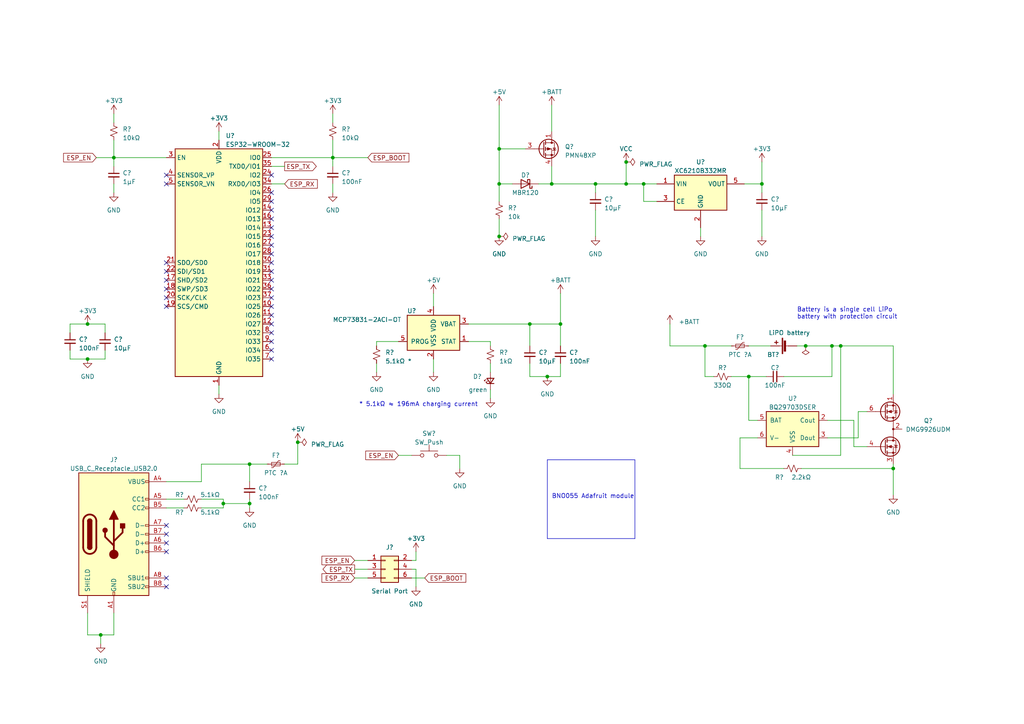
<source format=kicad_sch>
(kicad_sch (version 20220126) (generator eeschema)
  (paper "A4")
  (lib_symbols
    (symbol "Battery_Management:BQ297xy" (pin_names (offset 1.016))
      (property "Reference" "U" (at -6.35 6.35 0))
      (property "Value" "BQ297xy" (at 5.08 -6.35 0))
      (symbol "BQ297xy_0_1"
        (rectangle (start -7.62 5.08) (end 7.62 -5.08) (stroke (width 0.254)) (fill (type background)))
      )
      (symbol "BQ297xy_1_1"
        (pin no_connect line (at 7.62 0 180) (length 2.54) hide (name "NC") (number "1"))
        (pin output line (at 10.16 2.54 180) (length 2.54) (name "Cout") (number "2"))
        (pin output line (at 10.16 -2.54 180) (length 2.54) (name "Dout") (number "3"))
        (pin power_in line (at 0 -7.62 90) (length 2.54) (name "VSS") (number "4"))
        (pin input line (at -10.16 2.54 0) (length 2.54) (name "BAT") (number "5"))
        (pin input line (at -10.16 -2.54 0) (length 2.54) (name "V-") (number "6"))
      )
    )
    (symbol "Battery_Management:MCP73831-2-OT" (pin_names (offset 1.016))
      (property "Reference" "U" (at -7.62 6.35 0))
      (property "Value" "MCP73831-2-OT" (at 1.27 6.35 0))
      (symbol "MCP73831-2-OT_0_1"
        (rectangle (start -7.62 5.08) (end 7.62 -5.08) (stroke (width 0.254)) (fill (type background)))
      )
      (symbol "MCP73831-2-OT_1_1"
        (pin output line (at 10.16 -2.54 180) (length 2.54) (name "STAT") (number "1"))
        (pin power_in line (at 0 -7.62 90) (length 2.54) (name "VSS") (number "2"))
        (pin power_out line (at 10.16 2.54 180) (length 2.54) (name "VBAT") (number "3"))
        (pin power_in line (at 0 7.62 270) (length 2.54) (name "VDD") (number "4"))
        (pin input line (at -10.16 -2.54 0) (length 2.54) (name "PROG") (number "5"))
      )
    )
    (symbol "Connector:USB_C_Receptacle_USB2.0" (pin_names (offset 1.016))
      (property "Reference" "J" (at -10.16 19.05 0))
      (property "Value" "USB_C_Receptacle_USB2.0" (at 19.05 19.05 0))
      (symbol "USB_C_Receptacle_USB2.0_0_0"
        (rectangle (start -0.254 -17.78) (end 0.254 -16.764))
        (rectangle (start 10.16 -14.986) (end 9.144 -15.494))
        (rectangle (start 10.16 -12.446) (end 9.144 -12.954))
        (rectangle (start 10.16 -4.826) (end 9.144 -5.334))
        (rectangle (start 10.16 -2.286) (end 9.144 -2.794))
        (rectangle (start 10.16 0.254) (end 9.144 -0.254))
        (rectangle (start 10.16 2.794) (end 9.144 2.286))
        (rectangle (start 10.16 7.874) (end 9.144 7.366))
        (rectangle (start 10.16 10.414) (end 9.144 9.906))
        (rectangle (start 10.16 15.494) (end 9.144 14.986))
      )
      (symbol "USB_C_Receptacle_USB2.0_0_1"
        (rectangle (start -10.16 17.78) (end 10.16 -17.78) (stroke (width 0.254)) (fill (type background)))
        (arc (start -8.89 -3.81) (mid -6.985 -5.7067) (end -5.08 -3.81) (stroke (width 0.508)))
        (arc (start -7.62 -3.81) (mid -6.985 -4.4423) (end -6.35 -3.81) (stroke (width 0.254)))
        (arc (start -7.62 -3.81) (mid -6.985 -4.4423) (end -6.35 -3.81) (stroke (width 0.254)) (fill (type outline)))
        (rectangle (start -7.62 -3.81) (end -6.35 3.81) (stroke (width 0.254)) (fill (type outline)))
        (arc (start -6.35 3.81) (mid -6.985 4.4423) (end -7.62 3.81) (stroke (width 0.254)))
        (arc (start -6.35 3.81) (mid -6.985 4.4423) (end -7.62 3.81) (stroke (width 0.254)) (fill (type outline)))
        (arc (start -5.08 3.81) (mid -6.985 5.7067) (end -8.89 3.81) (stroke (width 0.508)))
        (circle (center -2.54 1.143) (radius 0.635) (stroke (width 0.254)) (fill (type outline)))
        (circle (center 0 -5.842) (radius 1.27) (fill (type outline)))
        (polyline (pts (xy -8.89 -3.81) (xy -8.89 3.81)) (stroke (width 0.508)))
        (polyline (pts (xy -5.08 3.81) (xy -5.08 -3.81)) (stroke (width 0.508)))
        (polyline (pts (xy 0 -5.842) (xy 0 4.318)) (stroke (width 0.508)))
        (polyline (pts (xy 0 -3.302) (xy -2.54 -0.762) (xy -2.54 0.508)) (stroke (width 0.508)))
        (polyline (pts (xy 0 -2.032) (xy 2.54 0.508) (xy 2.54 1.778)) (stroke (width 0.508)))
        (polyline (pts (xy -1.27 4.318) (xy 0 6.858) (xy 1.27 4.318) (xy -1.27 4.318)) (stroke (width 0.254)) (fill (type outline)))
        (rectangle (start 1.905 1.778) (end 3.175 3.048) (stroke (width 0.254)) (fill (type outline)))
      )
      (symbol "USB_C_Receptacle_USB2.0_1_1"
        (pin passive line (at 0 -22.86 90) (length 5.08) (name "GND") (number "A1"))
        (pin passive line (at 0 -22.86 90) (length 5.08) hide (name "GND") (number "A12"))
        (pin passive line (at 15.24 15.24 180) (length 5.08) (name "VBUS") (number "A4"))
        (pin bidirectional line (at 15.24 10.16 180) (length 5.08) (name "CC1") (number "A5"))
        (pin bidirectional line (at 15.24 -2.54 180) (length 5.08) (name "D+") (number "A6"))
        (pin bidirectional line (at 15.24 2.54 180) (length 5.08) (name "D-") (number "A7"))
        (pin bidirectional line (at 15.24 -12.7 180) (length 5.08) (name "SBU1") (number "A8"))
        (pin passive line (at 15.24 15.24 180) (length 5.08) hide (name "VBUS") (number "A9"))
        (pin passive line (at 0 -22.86 90) (length 5.08) hide (name "GND") (number "B1"))
        (pin passive line (at 0 -22.86 90) (length 5.08) hide (name "GND") (number "B12"))
        (pin passive line (at 15.24 15.24 180) (length 5.08) hide (name "VBUS") (number "B4"))
        (pin bidirectional line (at 15.24 7.62 180) (length 5.08) (name "CC2") (number "B5"))
        (pin bidirectional line (at 15.24 -5.08 180) (length 5.08) (name "D+") (number "B6"))
        (pin bidirectional line (at 15.24 0 180) (length 5.08) (name "D-") (number "B7"))
        (pin bidirectional line (at 15.24 -15.24 180) (length 5.08) (name "SBU2") (number "B8"))
        (pin passive line (at 15.24 15.24 180) (length 5.08) hide (name "VBUS") (number "B9"))
        (pin passive line (at -7.62 -22.86 90) (length 5.08) (name "SHIELD") (number "S1"))
      )
    )
    (symbol "Connector_Generic:Conn_02x03_Odd_Even" (pin_names (offset 1.016) hide)
      (property "Reference" "J" (at 1.27 5.08 0))
      (property "Value" "Conn_02x03_Odd_Even" (at 1.27 -5.08 0))
      (symbol "Conn_02x03_Odd_Even_1_1"
        (rectangle (start -1.27 -2.413) (end 0 -2.667) (stroke (width 0.1524)))
        (rectangle (start -1.27 0.127) (end 0 -0.127) (stroke (width 0.1524)))
        (rectangle (start -1.27 2.667) (end 0 2.413) (stroke (width 0.1524)))
        (rectangle (start -1.27 3.81) (end 3.81 -3.81) (stroke (width 0.254)) (fill (type background)))
        (rectangle (start 3.81 -2.413) (end 2.54 -2.667) (stroke (width 0.1524)))
        (rectangle (start 3.81 0.127) (end 2.54 -0.127) (stroke (width 0.1524)))
        (rectangle (start 3.81 2.667) (end 2.54 2.413) (stroke (width 0.1524)))
        (pin passive line (at -5.08 2.54 0) (length 3.81) (name "Pin_1") (number "1"))
        (pin passive line (at 7.62 2.54 180) (length 3.81) (name "Pin_2") (number "2"))
        (pin passive line (at -5.08 0 0) (length 3.81) (name "Pin_3") (number "3"))
        (pin passive line (at 7.62 0 180) (length 3.81) (name "Pin_4") (number "4"))
        (pin passive line (at -5.08 -2.54 0) (length 3.81) (name "Pin_5") (number "5"))
        (pin passive line (at 7.62 -2.54 180) (length 3.81) (name "Pin_6") (number "6"))
      )
    )
    (symbol "Device:Battery_Cell" (pin_numbers hide) (pin_names (offset 0) hide)
      (property "Reference" "BT" (at 2.54 2.54 0))
      (property "Value" "Battery_Cell" (at 2.54 0 0))
      (symbol "Battery_Cell_0_1"
        (rectangle (start -2.286 1.778) (end 2.286 1.524) (fill (type outline)))
        (rectangle (start -1.5748 1.1938) (end 1.4732 0.6858) (fill (type outline)))
        (polyline (pts (xy 0 0.762) (xy 0 0)))
        (polyline (pts (xy 0 1.778) (xy 0 2.54)))
        (polyline (pts (xy 0.508 3.429) (xy 1.524 3.429)) (stroke (width 0.254)))
        (polyline (pts (xy 1.016 3.937) (xy 1.016 2.921)) (stroke (width 0.254)))
      )
      (symbol "Battery_Cell_1_1"
        (pin passive line (at 0 5.08 270) (length 2.54) (name "+") (number "1"))
        (pin passive line (at 0 -2.54 90) (length 2.54) (name "-") (number "2"))
      )
    )
    (symbol "Device:C_Small" (pin_numbers hide) (pin_names (offset 0.254) hide)
      (property "Reference" "C" (at 0.254 1.778 0))
      (property "Value" "C_Small" (at 0.254 -2.032 0))
      (symbol "C_Small_0_1"
        (polyline (pts (xy -1.524 -0.508) (xy 1.524 -0.508)) (stroke (width 0.3302)))
        (polyline (pts (xy -1.524 0.508) (xy 1.524 0.508)) (stroke (width 0.3048)))
      )
      (symbol "C_Small_1_1"
        (pin passive line (at 0 2.54 270) (length 2.032) (name "~") (number "1"))
        (pin passive line (at 0 -2.54 90) (length 2.032) (name "~") (number "2"))
      )
    )
    (symbol "Device:D_Schottky" (pin_numbers hide) (pin_names (offset 1.016) hide)
      (property "Reference" "D" (at 0 2.54 0))
      (property "Value" "D_Schottky" (at 0 -2.54 0))
      (symbol "D_Schottky_0_1"
        (polyline (pts (xy 1.27 0) (xy -1.27 0)))
        (polyline (pts (xy 1.27 1.27) (xy 1.27 -1.27) (xy -1.27 0) (xy 1.27 1.27)) (stroke (width 0.254)))
        (polyline (pts (xy -1.905 0.635) (xy -1.905 1.27) (xy -1.27 1.27) (xy -1.27 -1.27) (xy -0.635 -1.27) (xy -0.635 -0.635)) (stroke (width 0.254)))
      )
      (symbol "D_Schottky_1_1"
        (pin passive line (at -3.81 0 0) (length 2.54) (name "K") (number "1"))
        (pin passive line (at 3.81 0 180) (length 2.54) (name "A") (number "2"))
      )
    )
    (symbol "Device:LED_Small" (pin_numbers hide) (pin_names (offset 0.254) hide)
      (property "Reference" "D" (at -1.27 3.175 0))
      (property "Value" "LED_Small" (at -4.445 -2.54 0))
      (symbol "LED_Small_0_1"
        (polyline (pts (xy -0.762 -1.016) (xy -0.762 1.016)) (stroke (width 0.254)))
        (polyline (pts (xy 1.016 0) (xy -0.762 0)))
        (polyline (pts (xy 0.762 -1.016) (xy -0.762 0) (xy 0.762 1.016) (xy 0.762 -1.016)) (stroke (width 0.254)))
        (polyline (pts (xy 0 0.762) (xy -0.508 1.27) (xy -0.254 1.27) (xy -0.508 1.27) (xy -0.508 1.016)))
        (polyline (pts (xy 0.508 1.27) (xy 0 1.778) (xy 0.254 1.778) (xy 0 1.778) (xy 0 1.524)))
      )
      (symbol "LED_Small_1_1"
        (pin passive line (at -2.54 0 0) (length 1.778) (name "K") (number "1"))
        (pin passive line (at 2.54 0 180) (length 1.778) (name "A") (number "2"))
      )
    )
    (symbol "Device:Polyfuse_Small" (pin_numbers hide) (pin_names (offset 0))
      (property "Reference" "F" (at -1.905 0 90))
      (property "Value" "Polyfuse_Small" (at 1.905 0 90))
      (symbol "Polyfuse_Small_0_1"
        (rectangle (start -0.508 1.27) (end 0.508 -1.27))
        (polyline (pts (xy 0 2.54) (xy 0 -2.54)))
        (polyline (pts (xy -1.016 1.27) (xy -1.016 0.762) (xy 1.016 -0.762) (xy 1.016 -1.27)))
      )
      (symbol "Polyfuse_Small_1_1"
        (pin passive line (at 0 2.54 270) (length 0.635) (name "~") (number "1"))
        (pin passive line (at 0 -2.54 90) (length 0.635) (name "~") (number "2"))
      )
    )
    (symbol "Device:R_Small_US" (pin_numbers hide) (pin_names (offset 0.254) hide)
      (property "Reference" "R" (at 0.762 0.508 0))
      (property "Value" "R_Small_US" (at 0.762 -1.016 0))
      (symbol "R_Small_US_1_1"
        (polyline (pts (xy 0 0) (xy 1.016 -0.381) (xy 0 -0.762) (xy -1.016 -1.143) (xy 0 -1.524)))
        (polyline (pts (xy 0 1.524) (xy 1.016 1.143) (xy 0 0.762) (xy -1.016 0.381) (xy 0 0)))
        (pin passive line (at 0 2.54 270) (length 1.016) (name "~") (number "1"))
        (pin passive line (at 0 -2.54 90) (length 1.016) (name "~") (number "2"))
      )
    )
    (symbol "RF_Module:ESP32-WROOM-32"
      (property "Reference" "U" (at -12.7 34.29 0))
      (property "Value" "ESP32-WROOM-32" (at 1.27 34.29 0))
      (symbol "ESP32-WROOM-32_0_1"
        (rectangle (start -12.7 33.02) (end 12.7 -33.02) (stroke (width 0.254)) (fill (type background)))
      )
      (symbol "ESP32-WROOM-32_1_1"
        (pin power_in line (at 0 -35.56 90) (length 2.54) (name "GND") (number "1"))
        (pin bidirectional line (at 15.24 -12.7 180) (length 2.54) (name "IO25") (number "10"))
        (pin bidirectional line (at 15.24 -15.24 180) (length 2.54) (name "IO26") (number "11"))
        (pin bidirectional line (at 15.24 -17.78 180) (length 2.54) (name "IO27") (number "12"))
        (pin bidirectional line (at 15.24 10.16 180) (length 2.54) (name "IO14") (number "13"))
        (pin bidirectional line (at 15.24 15.24 180) (length 2.54) (name "IO12") (number "14"))
        (pin passive line (at 0 -35.56 90) (length 2.54) hide (name "GND") (number "15"))
        (pin bidirectional line (at 15.24 12.7 180) (length 2.54) (name "IO13") (number "16"))
        (pin bidirectional line (at -15.24 -5.08 0) (length 2.54) (name "SHD/SD2") (number "17"))
        (pin bidirectional line (at -15.24 -7.62 0) (length 2.54) (name "SWP/SD3") (number "18"))
        (pin bidirectional line (at -15.24 -12.7 0) (length 2.54) (name "SCS/CMD") (number "19"))
        (pin power_in line (at 0 35.56 270) (length 2.54) (name "VDD") (number "2"))
        (pin bidirectional line (at -15.24 -10.16 0) (length 2.54) (name "SCK/CLK") (number "20"))
        (pin bidirectional line (at -15.24 0 0) (length 2.54) (name "SDO/SD0") (number "21"))
        (pin bidirectional line (at -15.24 -2.54 0) (length 2.54) (name "SDI/SD1") (number "22"))
        (pin bidirectional line (at 15.24 7.62 180) (length 2.54) (name "IO15") (number "23"))
        (pin bidirectional line (at 15.24 25.4 180) (length 2.54) (name "IO2") (number "24"))
        (pin bidirectional line (at 15.24 30.48 180) (length 2.54) (name "IO0") (number "25"))
        (pin bidirectional line (at 15.24 20.32 180) (length 2.54) (name "IO4") (number "26"))
        (pin bidirectional line (at 15.24 5.08 180) (length 2.54) (name "IO16") (number "27"))
        (pin bidirectional line (at 15.24 2.54 180) (length 2.54) (name "IO17") (number "28"))
        (pin bidirectional line (at 15.24 17.78 180) (length 2.54) (name "IO5") (number "29"))
        (pin input line (at -15.24 30.48 0) (length 2.54) (name "EN") (number "3"))
        (pin bidirectional line (at 15.24 0 180) (length 2.54) (name "IO18") (number "30"))
        (pin bidirectional line (at 15.24 -2.54 180) (length 2.54) (name "IO19") (number "31"))
        (pin no_connect line (at -12.7 -27.94 0) (length 2.54) hide (name "NC") (number "32"))
        (pin bidirectional line (at 15.24 -5.08 180) (length 2.54) (name "IO21") (number "33"))
        (pin bidirectional line (at 15.24 22.86 180) (length 2.54) (name "RXD0/IO3") (number "34"))
        (pin bidirectional line (at 15.24 27.94 180) (length 2.54) (name "TXD0/IO1") (number "35"))
        (pin bidirectional line (at 15.24 -7.62 180) (length 2.54) (name "IO22") (number "36"))
        (pin bidirectional line (at 15.24 -10.16 180) (length 2.54) (name "IO23") (number "37"))
        (pin passive line (at 0 -35.56 90) (length 2.54) hide (name "GND") (number "38"))
        (pin passive line (at 0 -35.56 90) (length 2.54) hide (name "GND") (number "39"))
        (pin input line (at -15.24 25.4 0) (length 2.54) (name "SENSOR_VP") (number "4"))
        (pin input line (at -15.24 22.86 0) (length 2.54) (name "SENSOR_VN") (number "5"))
        (pin input line (at 15.24 -25.4 180) (length 2.54) (name "IO34") (number "6"))
        (pin input line (at 15.24 -27.94 180) (length 2.54) (name "IO35") (number "7"))
        (pin bidirectional line (at 15.24 -20.32 180) (length 2.54) (name "IO32") (number "8"))
        (pin bidirectional line (at 15.24 -22.86 180) (length 2.54) (name "IO33") (number "9"))
      )
    )
    (symbol "Regulator_Linear:XC6210B332MR"
      (property "Reference" "U" (at 0 8.89 0))
      (property "Value" "XC6210B332MR" (at 0 6.35 0))
      (symbol "XC6210B332MR_0_1"
        (rectangle (start -7.62 5.08) (end 7.62 -5.08) (stroke (width 0.254)) (fill (type background)))
      )
      (symbol "XC6210B332MR_1_1"
        (pin power_in line (at -12.7 2.54 0) (length 5.08) (name "VIN") (number "1"))
        (pin power_in line (at 0 -10.16 90) (length 5.08) (name "GND") (number "2"))
        (pin input line (at -12.7 -2.54 0) (length 5.08) (name "CE") (number "3"))
        (pin no_connect line (at 12.7 -2.54 180) (length 5.08) hide (name "NC") (number "4"))
        (pin power_out line (at 12.7 2.54 180) (length 5.08) (name "VOUT") (number "5"))
      )
    )
    (symbol "Switch:SW_Push" (pin_numbers hide) (pin_names (offset 1.016) hide)
      (property "Reference" "SW" (at 1.27 2.54 0))
      (property "Value" "SW_Push" (at 0 -1.524 0))
      (symbol "SW_Push_0_1"
        (circle (center -2.032 0) (radius 0.508))
        (polyline (pts (xy 0 1.27) (xy 0 3.048)))
        (polyline (pts (xy 2.54 1.27) (xy -2.54 1.27)))
        (circle (center 2.032 0) (radius 0.508))
        (pin passive line (at -5.08 0 0) (length 2.54) (name "1") (number "1"))
        (pin passive line (at 5.08 0 180) (length 2.54) (name "2") (number "2"))
      )
    )
    (symbol "Transistor_FET:DMG9926UDM" (pin_names hide)
      (property "Reference" "Q" (at 2.54 3.175 0))
      (property "Value" "DMG9926UDM" (at 2.54 5.08 0))
      (symbol "DMG9926UDM_0_1"
        (circle (center -0.889 5.08) (radius 2.794) (stroke (width 0.254)))
        (polyline (pts (xy -2.286 3.175) (xy -2.286 6.985)) (stroke (width 0.254)))
        (polyline (pts (xy -2.286 5.08) (xy -5.08 5.08)))
        (polyline (pts (xy -1.778 2.794) (xy -1.778 3.81)) (stroke (width 0.254)))
        (polyline (pts (xy -1.778 4.572) (xy -1.778 5.588)) (stroke (width 0.254)))
        (polyline (pts (xy -1.778 6.35) (xy -1.778 7.366)) (stroke (width 0.254)))
        (polyline (pts (xy 0 -3.302) (xy 0 3.302)))
        (polyline (pts (xy 0 7.62) (xy 0 5.08) (xy -1.778 5.08)))
        (polyline (pts (xy -1.778 6.858) (xy 0.762 6.858) (xy 0.762 3.302) (xy -1.778 3.302)))
        (polyline (pts (xy -1.524 5.08) (xy -0.508 4.699) (xy -0.508 5.461) (xy -1.524 5.08)) (fill (type outline)))
        (polyline (pts (xy 0.254 4.572) (xy 0.381 4.699) (xy 1.143 4.699) (xy 1.27 4.826)))
        (polyline (pts (xy 0.762 4.699) (xy 0.381 5.334) (xy 1.143 5.334) (xy 0.762 4.699)))
        (circle (center 0 3.302) (radius 0.254) (fill (type outline)))
        (circle (center 0 6.858) (radius 0.254) (fill (type outline)))
      )
      (symbol "DMG9926UDM_1_1"
        (circle (center -0.889 -5.08) (radius 2.794) (stroke (width 0.254)))
        (circle (center 0 -6.858) (radius 0.254) (fill (type outline)))
        (circle (center 0 -3.302) (radius 0.254) (fill (type outline)))
        (polyline (pts (xy -2.286 -5.08) (xy -5.08 -5.08)))
        (polyline (pts (xy -2.286 -3.175) (xy -2.286 -6.985)) (stroke (width 0.254)))
        (polyline (pts (xy -1.778 -6.35) (xy -1.778 -7.366)) (stroke (width 0.254)))
        (polyline (pts (xy -1.778 -4.572) (xy -1.778 -5.588)) (stroke (width 0.254)))
        (polyline (pts (xy -1.778 -2.794) (xy -1.778 -3.81)) (stroke (width 0.254)))
        (polyline (pts (xy 0 -7.62) (xy 0 -5.08) (xy -1.778 -5.08)))
        (polyline (pts (xy -1.778 -6.858) (xy 0.762 -6.858) (xy 0.762 -3.302) (xy -1.778 -3.302)))
        (polyline (pts (xy -1.524 -5.08) (xy -0.508 -4.699) (xy -0.508 -5.461) (xy -1.524 -5.08)) (fill (type outline)))
        (polyline (pts (xy 0.254 -4.572) (xy 0.381 -4.699) (xy 1.143 -4.699) (xy 1.27 -4.826)))
        (polyline (pts (xy 0.762 -4.699) (xy 0.381 -5.334) (xy 1.143 -5.334) (xy 0.762 -4.699)))
        (circle (center 0 0) (radius 0.254) (fill (type outline)))
        (pin passive line (at 0 10.16 270) (length 2.54) (name "D1") (number "1"))
        (pin passive line (at 2.54 0 180) (length 2.54) (name "S1/D2") (number "2"))
        (pin passive line (at 0 -10.16 90) (length 2.54) (name "S2") (number "3"))
        (pin input line (at -7.62 -5.08 0) (length 2.54) (name "G2") (number "4"))
        (pin passive line (at 2.54 0 180) (length 2.54) hide (name "S1/D2") (number "5"))
        (pin input line (at -7.62 5.08 0) (length 2.54) (name "G1") (number "6"))
      )
    )
    (symbol "Transistor_FET:PMN48XP" (pin_names hide)
      (property "Reference" "Q" (at 5.08 2.54 0))
      (property "Value" "PMN48XP" (at 5.08 0 0))
      (symbol "PMN48XP_0_1"
        (polyline (pts (xy 0.254 0) (xy -2.54 0)))
        (polyline (pts (xy 0.254 1.905) (xy 0.254 -1.905)) (stroke (width 0.254)))
        (polyline (pts (xy 0.762 -1.27) (xy 0.762 -2.286)) (stroke (width 0.254)))
        (polyline (pts (xy 0.762 0.508) (xy 0.762 -0.508)) (stroke (width 0.254)))
        (polyline (pts (xy 0.762 2.286) (xy 0.762 1.27)) (stroke (width 0.254)))
        (polyline (pts (xy 2.54 2.54) (xy 2.54 1.778)))
        (polyline (pts (xy 2.54 -2.54) (xy 2.54 0) (xy 0.762 0)))
        (polyline (pts (xy 0.762 1.778) (xy 3.302 1.778) (xy 3.302 -1.778) (xy 0.762 -1.778)))
        (polyline (pts (xy 2.286 0) (xy 1.27 0.381) (xy 1.27 -0.381) (xy 2.286 0)) (fill (type outline)))
        (polyline (pts (xy 2.794 -0.508) (xy 2.921 -0.381) (xy 3.683 -0.381) (xy 3.81 -0.254)))
        (polyline (pts (xy 3.302 -0.381) (xy 2.921 0.254) (xy 3.683 0.254) (xy 3.302 -0.381)))
        (circle (center 1.651 0) (radius 2.794) (stroke (width 0.254)))
        (circle (center 2.54 -1.778) (radius 0.254) (fill (type outline)))
        (circle (center 2.54 1.778) (radius 0.254) (fill (type outline)))
      )
      (symbol "PMN48XP_1_1"
        (pin passive line (at 2.54 5.08 270) (length 2.54) (name "D") (number "1"))
        (pin passive line (at 2.54 5.08 270) (length 2.54) hide (name "D") (number "2"))
        (pin passive line (at -5.08 0 0) (length 2.54) (name "G") (number "3"))
        (pin passive line (at 2.54 -5.08 90) (length 2.54) (name "S") (number "4"))
        (pin passive line (at 2.54 5.08 270) (length 2.54) hide (name "D") (number "5"))
        (pin passive line (at 2.54 5.08 270) (length 2.54) hide (name "D") (number "6"))
      )
    )
    (symbol "power:+3.3V" (power) (pin_names (offset 0))
      (property "Value" "+3.3V" (at 0 3.556 0))
      (symbol "+3.3V_0_1"
        (polyline (pts (xy -0.762 1.27) (xy 0 2.54)))
        (polyline (pts (xy 0 0) (xy 0 2.54)))
        (polyline (pts (xy 0 2.54) (xy 0.762 1.27)))
      )
      (symbol "+3.3V_1_1"
        (pin power_in line (at 0 0 90) (length 0) hide (name "+3V3") (number "1"))
      )
    )
    (symbol "power:+5V" (power) (pin_names (offset 0))
      (property "Value" "+5V" (at 0 3.556 0))
      (symbol "+5V_0_1"
        (polyline (pts (xy -0.762 1.27) (xy 0 2.54)))
        (polyline (pts (xy 0 0) (xy 0 2.54)))
        (polyline (pts (xy 0 2.54) (xy 0.762 1.27)))
      )
      (symbol "+5V_1_1"
        (pin power_in line (at 0 0 90) (length 0) hide (name "+5V") (number "1"))
      )
    )
    (symbol "power:+BATT" (power) (pin_names (offset 0))
      (property "Value" "+BATT" (at 0 3.556 0))
      (symbol "+BATT_0_1"
        (polyline (pts (xy -0.762 1.27) (xy 0 2.54)))
        (polyline (pts (xy 0 0) (xy 0 2.54)))
        (polyline (pts (xy 0 2.54) (xy 0.762 1.27)))
      )
      (symbol "+BATT_1_1"
        (pin power_in line (at 0 0 90) (length 0) hide (name "+BATT") (number "1"))
      )
    )
    (symbol "power:GND" (power) (pin_names (offset 0))
      (property "Value" "GND" (at 0 -3.81 0))
      (symbol "GND_0_1"
        (polyline (pts (xy 0 0) (xy 0 -1.27) (xy 1.27 -1.27) (xy 0 -2.54) (xy -1.27 -1.27) (xy 0 -1.27)))
      )
      (symbol "GND_1_1"
        (pin power_in line (at 0 0 270) (length 0) hide (name "GND") (number "1"))
      )
    )
    (symbol "power:PWR_FLAG" (power) (pin_numbers hide) (pin_names (offset 0) hide)
      (property "Value" "PWR_FLAG" (at 0 3.81 0))
      (symbol "PWR_FLAG_0_0"
        (pin power_out line (at 0 0 90) (length 0) (name "pwr") (number "1"))
      )
      (symbol "PWR_FLAG_0_1"
        (polyline (pts (xy 0 0) (xy 0 1.27) (xy -1.016 1.905) (xy 0 2.54) (xy 1.016 1.905) (xy 0 1.27)))
      )
    )
    (symbol "power:VCC" (power) (pin_names (offset 0))
      (property "Value" "VCC" (at 0 3.81 0))
      (symbol "VCC_0_1"
        (polyline (pts (xy -0.762 1.27) (xy 0 2.54)))
        (polyline (pts (xy 0 0) (xy 0 2.54)))
        (polyline (pts (xy 0 2.54) (xy 0.762 1.27)))
      )
      (symbol "VCC_1_1"
        (pin power_in line (at 0 0 90) (length 0) hide (name "VCC") (number "1"))
      )
    )
  )
  (junction (at 243.84 100.33))
  (junction (at 72.39 134.62))
  (junction (at 144.78 68.58))
  (junction (at 25.4 93.98))
  (junction (at 29.21 184.15))
  (junction (at 181.61 46.99))
  (junction (at 144.78 43.18))
  (junction (at 160.02 53.34))
  (junction (at 25.4 104.14))
  (junction (at 86.36 128.27))
  (junction (at 259.08 135.89))
  (junction (at 220.98 53.34))
  (junction (at 233.68 100.33))
  (junction (at 172.72 53.34))
  (junction (at 204.47 100.33))
  (junction (at 72.39 146.05))
  (junction (at 144.78 53.34))
  (junction (at 217.17 109.22))
  (junction (at 64.77 146.05))
  (junction (at 33.02 45.72))
  (junction (at 96.52 45.72))
  (junction (at 158.75 109.22))
  (junction (at 162.56 93.98))
  (junction (at 181.61 53.34))
  (junction (at 153.67 93.98))
  (junction (at 186.69 53.34))
  (junction (at 241.3 100.33))
  (no_connect (at 48.26 152.4))
  (no_connect (at 48.26 154.94))
  (no_connect (at 48.26 157.48))
  (no_connect (at 48.26 160.02))
  (no_connect (at 78.74 50.8))
  (no_connect (at 78.74 58.42))
  (no_connect (at 78.74 55.88))
  (no_connect (at 48.26 50.8))
  (no_connect (at 48.26 53.34))
  (no_connect (at 48.26 76.2))
  (no_connect (at 78.74 66.04))
  (no_connect (at 78.74 63.5))
  (no_connect (at 78.74 60.96))
  (no_connect (at 48.26 78.74))
  (no_connect (at 48.26 81.28))
  (no_connect (at 48.26 83.82))
  (no_connect (at 48.26 86.36))
  (no_connect (at 48.26 88.9))
  (no_connect (at 78.74 78.74))
  (no_connect (at 78.74 76.2))
  (no_connect (at 78.74 73.66))
  (no_connect (at 78.74 71.12))
  (no_connect (at 78.74 68.58))
  (no_connect (at 78.74 91.44))
  (no_connect (at 78.74 88.9))
  (no_connect (at 78.74 86.36))
  (no_connect (at 78.74 83.82))
  (no_connect (at 78.74 81.28))
  (no_connect (at 78.74 104.14))
  (no_connect (at 78.74 101.6))
  (no_connect (at 78.74 99.06))
  (no_connect (at 78.74 96.52))
  (no_connect (at 78.74 93.98))
  (no_connect (at 48.26 170.18))
  (no_connect (at 48.26 167.64))
  (wire (pts (xy 58.42 144.78) (xy 64.77 144.78)))
  (wire (pts (xy 48.26 139.7) (xy 58.42 139.7)))
  (wire (pts (xy 204.47 100.33) (xy 204.47 109.22)))
  (wire (pts (xy 231.14 100.33) (xy 233.68 100.33)))
  (wire (pts (xy 172.72 53.34) (xy 172.72 55.88)))
  (wire (pts (xy 115.57 132.08) (xy 119.38 132.08)))
  (wire (pts (xy 220.98 46.99) (xy 220.98 53.34)))
  (wire (pts (xy 232.41 135.89) (xy 259.08 135.89)))
  (wire (pts (xy 186.69 58.42) (xy 190.5 58.42)))
  (wire (pts (xy 25.4 177.8) (xy 25.4 184.15)))
  (wire (pts (xy 233.68 100.33) (xy 241.3 100.33)))
  (wire (pts (xy 96.52 45.72) (xy 106.68 45.72)))
  (wire (pts (xy 227.33 109.22) (xy 241.3 109.22)))
  (wire (pts (xy 153.67 105.41) (xy 153.67 109.22)))
  (wire (pts (xy 217.17 121.92) (xy 219.71 121.92)))
  (wire (pts (xy 181.61 53.34) (xy 181.61 46.99)))
  (wire (pts (xy 25.4 184.15) (xy 29.21 184.15)))
  (wire (pts (xy 64.77 146.05) (xy 72.39 146.05)))
  (wire (pts (xy 58.42 147.32) (xy 64.77 147.32)))
  (wire (pts (xy 96.52 33.02) (xy 96.52 35.56)))
  (wire (pts (xy 144.78 43.18) (xy 144.78 53.34)))
  (polyline (pts (xy 158.75 133.35) (xy 158.75 156.21)))
  (wire (pts (xy 64.77 147.32) (xy 64.77 146.05)))
  (wire (pts (xy 219.71 127) (xy 214.63 127)))
  (wire (pts (xy 248.92 119.38) (xy 251.46 119.38)))
  (wire (pts (xy 72.39 144.78) (xy 72.39 146.05)))
  (wire (pts (xy 186.69 53.34) (xy 186.69 58.42)))
  (wire (pts (xy 217.17 109.22) (xy 222.25 109.22)))
  (wire (pts (xy 29.21 184.15) (xy 29.21 186.69)))
  (wire (pts (xy 102.87 167.64) (xy 106.68 167.64)))
  (wire (pts (xy 33.02 40.64) (xy 33.02 45.72)))
  (wire (pts (xy 33.02 177.8) (xy 33.02 184.15)))
  (wire (pts (xy 203.2 66.04) (xy 203.2 68.58)))
  (wire (pts (xy 259.08 135.89) (xy 259.08 143.51)))
  (wire (pts (xy 186.69 53.34) (xy 190.5 53.34)))
  (polyline (pts (xy 158.75 133.35) (xy 184.15 133.35)))
  (wire (pts (xy 229.87 132.08) (xy 243.84 132.08)))
  (wire (pts (xy 96.52 45.72) (xy 96.52 48.26)))
  (wire (pts (xy 144.78 30.48) (xy 144.78 43.18)))
  (wire (pts (xy 204.47 100.33) (xy 212.09 100.33)))
  (wire (pts (xy 125.73 85.09) (xy 125.73 88.9)))
  (wire (pts (xy 30.48 101.6) (xy 30.48 104.14)))
  (wire (pts (xy 142.24 99.06) (xy 142.24 100.33)))
  (wire (pts (xy 135.89 93.98) (xy 153.67 93.98)))
  (wire (pts (xy 241.3 100.33) (xy 241.3 109.22)))
  (wire (pts (xy 58.42 134.62) (xy 72.39 134.62)))
  (wire (pts (xy 102.87 162.56) (xy 106.68 162.56)))
  (wire (pts (xy 20.32 93.98) (xy 25.4 93.98)))
  (wire (pts (xy 247.65 129.54) (xy 251.46 129.54)))
  (wire (pts (xy 119.38 165.1) (xy 120.65 165.1)))
  (wire (pts (xy 259.08 134.62) (xy 259.08 135.89)))
  (wire (pts (xy 240.03 127) (xy 248.92 127)))
  (wire (pts (xy 120.65 165.1) (xy 120.65 170.18)))
  (wire (pts (xy 153.67 93.98) (xy 153.67 100.33)))
  (wire (pts (xy 78.74 48.26) (xy 82.55 48.26)))
  (wire (pts (xy 20.32 104.14) (xy 25.4 104.14)))
  (wire (pts (xy 259.08 100.33) (xy 259.08 114.3)))
  (wire (pts (xy 204.47 109.22) (xy 207.01 109.22)))
  (wire (pts (xy 86.36 134.62) (xy 86.36 128.27)))
  (wire (pts (xy 119.38 167.64) (xy 123.19 167.64)))
  (wire (pts (xy 160.02 48.26) (xy 160.02 53.34)))
  (wire (pts (xy 133.35 132.08) (xy 133.35 135.89)))
  (wire (pts (xy 160.02 53.34) (xy 172.72 53.34)))
  (wire (pts (xy 78.74 45.72) (xy 96.52 45.72)))
  (wire (pts (xy 109.22 105.41) (xy 109.22 107.95)))
  (wire (pts (xy 217.17 109.22) (xy 217.17 121.92)))
  (wire (pts (xy 96.52 53.34) (xy 96.52 55.88)))
  (wire (pts (xy 96.52 40.64) (xy 96.52 45.72)))
  (wire (pts (xy 248.92 127) (xy 248.92 119.38)))
  (wire (pts (xy 72.39 134.62) (xy 77.47 134.62)))
  (wire (pts (xy 220.98 60.96) (xy 220.98 68.58)))
  (wire (pts (xy 243.84 100.33) (xy 259.08 100.33)))
  (wire (pts (xy 243.84 100.33) (xy 243.84 132.08)))
  (wire (pts (xy 156.21 53.34) (xy 160.02 53.34)))
  (wire (pts (xy 78.74 53.34) (xy 82.55 53.34)))
  (wire (pts (xy 48.26 147.32) (xy 53.34 147.32)))
  (wire (pts (xy 194.31 100.33) (xy 204.47 100.33)))
  (wire (pts (xy 214.63 135.89) (xy 227.33 135.89)))
  (wire (pts (xy 214.63 127) (xy 214.63 135.89)))
  (wire (pts (xy 33.02 33.02) (xy 33.02 35.56)))
  (wire (pts (xy 144.78 63.5) (xy 144.78 68.58)))
  (wire (pts (xy 72.39 146.05) (xy 72.39 147.32)))
  (wire (pts (xy 158.75 109.22) (xy 162.56 109.22)))
  (wire (pts (xy 144.78 43.18) (xy 152.4 43.18)))
  (wire (pts (xy 82.55 134.62) (xy 86.36 134.62)))
  (wire (pts (xy 212.09 109.22) (xy 217.17 109.22)))
  (polyline (pts (xy 184.15 133.35) (xy 184.15 156.21)))
  (wire (pts (xy 33.02 45.72) (xy 33.02 48.26)))
  (wire (pts (xy 162.56 93.98) (xy 162.56 100.33)))
  (wire (pts (xy 25.4 93.98) (xy 30.48 93.98)))
  (wire (pts (xy 48.26 144.78) (xy 53.34 144.78)))
  (wire (pts (xy 58.42 139.7) (xy 58.42 134.62)))
  (wire (pts (xy 27.94 45.72) (xy 33.02 45.72)))
  (wire (pts (xy 63.5 38.1) (xy 63.5 40.64)))
  (wire (pts (xy 162.56 85.09) (xy 162.56 93.98)))
  (wire (pts (xy 172.72 60.96) (xy 172.72 68.58)))
  (wire (pts (xy 29.21 184.15) (xy 33.02 184.15)))
  (wire (pts (xy 63.5 111.76) (xy 63.5 114.3)))
  (wire (pts (xy 20.32 101.6) (xy 20.32 104.14)))
  (wire (pts (xy 33.02 53.34) (xy 33.02 55.88)))
  (wire (pts (xy 64.77 144.78) (xy 64.77 146.05)))
  (wire (pts (xy 135.89 99.06) (xy 142.24 99.06)))
  (wire (pts (xy 125.73 104.14) (xy 125.73 107.95)))
  (wire (pts (xy 102.87 165.1) (xy 106.68 165.1)))
  (wire (pts (xy 220.98 53.34) (xy 220.98 55.88)))
  (wire (pts (xy 30.48 93.98) (xy 30.48 96.52)))
  (wire (pts (xy 153.67 93.98) (xy 162.56 93.98)))
  (wire (pts (xy 172.72 53.34) (xy 181.61 53.34)))
  (wire (pts (xy 20.32 96.52) (xy 20.32 93.98)))
  (wire (pts (xy 142.24 105.41) (xy 142.24 107.95)))
  (wire (pts (xy 33.02 45.72) (xy 48.26 45.72)))
  (wire (pts (xy 162.56 109.22) (xy 162.56 105.41)))
  (wire (pts (xy 144.78 53.34) (xy 148.59 53.34)))
  (wire (pts (xy 247.65 121.92) (xy 247.65 129.54)))
  (wire (pts (xy 181.61 53.34) (xy 186.69 53.34)))
  (wire (pts (xy 241.3 100.33) (xy 243.84 100.33)))
  (wire (pts (xy 194.31 93.98) (xy 194.31 100.33)))
  (wire (pts (xy 217.17 100.33) (xy 223.52 100.33)))
  (wire (pts (xy 109.22 99.06) (xy 115.57 99.06)))
  (wire (pts (xy 30.48 104.14) (xy 25.4 104.14)))
  (wire (pts (xy 153.67 109.22) (xy 158.75 109.22)))
  (wire (pts (xy 109.22 100.33) (xy 109.22 99.06)))
  (wire (pts (xy 120.65 162.56) (xy 119.38 162.56)))
  (wire (pts (xy 120.65 160.02) (xy 120.65 162.56)))
  (wire (pts (xy 142.24 113.03) (xy 142.24 115.57)))
  (wire (pts (xy 144.78 53.34) (xy 144.78 58.42)))
  (wire (pts (xy 72.39 134.62) (xy 72.39 139.7)))
  (polyline (pts (xy 184.15 156.21) (xy 158.75 156.21)))
  (wire (pts (xy 129.54 132.08) (xy 133.35 132.08)))
  (wire (pts (xy 240.03 121.92) (xy 247.65 121.92)))
  (wire (pts (xy 215.9 53.34) (xy 220.98 53.34)))
  (wire (pts (xy 160.02 30.48) (xy 160.02 38.1)))
  (text "Battery is a single cell LiPo\nbattery with protection circuit" (at 231.14 92.71 0) (effects (font (size 1.27 1.27)) (justify left bottom)))
  (text "BNO055 Adafruit module" (at 160.02 144.78 0) (effects (font (size 1.27 1.27)) (justify left bottom)))
  (text "* 5.1kΩ ≈ 196mA charging current" (at 104.14 118.11 0) (effects (font (size 1.27 1.27)) (justify left bottom)))
  (global_label "ESP_TX" (shape output) (at 82.55 48.26 0) (property "Intersheetrefs" "${INTERSHEET_REFS}" (effects hide)))
  (global_label "ESP_BOOT" (shape input) (at 106.68 45.72 0) (property "Intersheetrefs" "${INTERSHEET_REFS}" (effects hide)))
  (global_label "ESP_EN" (shape input) (at 27.94 45.72 180) (property "Intersheetrefs" "${INTERSHEET_REFS}" (effects hide)))
  (global_label "ESP_TX" (shape output) (at 102.87 165.1 180) (property "Intersheetrefs" "${INTERSHEET_REFS}" (effects hide)))
  (global_label "ESP_EN" (shape input) (at 102.87 162.56 180) (property "Intersheetrefs" "${INTERSHEET_REFS}" (effects hide)))
  (global_label "ESP_EN" (shape input) (at 115.57 132.08 180) (property "Intersheetrefs" "${INTERSHEET_REFS}" (effects hide)))
  (global_label "ESP_RX" (shape input) (at 82.55 53.34 0) (property "Intersheetrefs" "${INTERSHEET_REFS}" (effects hide)))
  (global_label "ESP_RX" (shape input) (at 102.87 167.64 180) (property "Intersheetrefs" "${INTERSHEET_REFS}" (effects hide)))
  (global_label "ESP_BOOT" (shape input) (at 123.19 167.64 0) (property "Intersheetrefs" "${INTERSHEET_REFS}" (effects hide)))
  (symbol (lib_id "power:GND") (at 259.08 143.51 0) (unit 1)
    (property "Reference" "#PWR?" (effects hide))
    (property "Value" "GND" (at 259.08 148.59 0))
  )
  (symbol (lib_id "Switch:SW_Push") (at 124.46 132.08 0) (unit 1)
    (property "Reference" "SW?" (at 124.46 125.73 0))
    (property "Value" "SW_Push" (at 124.46 128.27 0))
  )
  (symbol (lib_id "Device:R_Small_US") (at 109.22 102.87 0) (unit 1)
    (property "Reference" "R?" (at 111.76 102.235 0) (effects (justify left)))
    (property "Value" "5.1kΩ *" (at 111.76 104.775 0) (effects (justify left)))
  )
  (symbol (lib_id "power:+3.3V") (at 33.02 33.02 0) (unit 1)
    (property "Reference" "#PWR?" (effects hide))
    (property "Value" "+3.3V" (at 33.02 29.21 0))
  )
  (symbol (lib_id "Device:R_Small_US") (at 33.02 38.1 0) (unit 1)
    (property "Reference" "R?" (at 35.56 37.465 0) (effects (justify left)))
    (property "Value" "10kΩ" (at 35.56 40.005 0) (effects (justify left)))
  )
  (symbol (lib_id "power:GND") (at 29.21 186.69 0) (unit 1)
    (property "Reference" "#PWR?" (effects hide))
    (property "Value" "GND" (at 29.21 191.77 0))
  )
  (symbol (lib_id "power:+5V") (at 125.73 85.09 0) (unit 1)
    (property "Reference" "#PWR?" (effects hide))
    (property "Value" "+5V" (at 125.73 81.28 0))
  )
  (symbol (lib_id "Device:C_Small") (at 220.98 58.42 0) (unit 1)
    (property "Reference" "C?" (at 223.52 57.7913 0) (effects (justify left)))
    (property "Value" "10µF" (at 223.52 60.3313 0) (effects (justify left)))
  )
  (symbol (lib_id "Device:Polyfuse_Small") (at 214.63 100.33 270) (unit 1)
    (property "Reference" "F?" (at 214.63 97.79 90))
    (property "Value" "PTC ?A" (at 214.63 102.87 90))
  )
  (symbol (lib_id "Device:C_Small") (at 33.02 50.8 0) (unit 1)
    (property "Reference" "C?" (at 35.56 50.1713 0) (effects (justify left)))
    (property "Value" "1µF" (at 35.56 52.7113 0) (effects (justify left)))
  )
  (symbol (lib_id "power:GND") (at 96.52 55.88 0) (unit 1)
    (property "Reference" "#PWR?" (effects hide))
    (property "Value" "GND" (at 96.52 60.96 0))
  )
  (symbol (lib_id "power:GND") (at 72.39 147.32 0) (unit 1)
    (property "Reference" "#PWR?" (effects hide))
    (property "Value" "GND" (at 72.39 152.4 0))
  )
  (symbol (lib_id "Device:C_Small") (at 172.72 58.42 0) (unit 1)
    (property "Reference" "C?" (at 175.26 57.7913 0) (effects (justify left)))
    (property "Value" "10µF" (at 175.26 60.3313 0) (effects (justify left)))
  )
  (symbol (lib_id "power:+BATT") (at 162.56 85.09 0) (unit 1)
    (property "Reference" "#PWR?" (effects hide))
    (property "Value" "+BATT" (at 162.56 81.28 0))
  )
  (symbol (lib_id "Device:R_Small_US") (at 55.88 147.32 90) (unit 1)
    (property "Reference" "R?" (at 52.07 148.59 90))
    (property "Value" "5.1kΩ" (at 60.96 148.59 90))
  )
  (symbol (lib_id "Connector:USB_C_Receptacle_USB2.0") (at 33.02 154.94 0) (unit 1)
    (property "Reference" "J?" (at 33.02 133.35 0))
    (property "Value" "USB_C_Receptacle_USB2.0" (at 33.02 135.89 0))
    (property "Datasheet" "https://www.usb.org/sites/default/files/documents/usb_type-c.zip" (effects hide))
  )
  (symbol (lib_id "Device:C_Small") (at 153.67 102.87 0) (unit 1)
    (property "Reference" "C?" (at 156.21 102.2413 0) (effects (justify left)))
    (property "Value" "10µF" (at 156.21 104.7813 0) (effects (justify left)))
  )
  (symbol (lib_id "RF_Module:ESP32-WROOM-32") (at 63.5 76.2 0) (unit 1)
    (property "Reference" "U?" (at 65.4559 39.37 0) (effects (justify left)))
    (property "Value" "ESP32-WROOM-32" (at 65.4559 41.91 0) (effects (justify left)))
    (property "Footprint" "RF_Module:ESP32-WROOM-32" (effects hide))
    (property "Datasheet" "https://www.espressif.com/sites/default/files/documentation/esp32-wroom-32_datasheet_en.pdf" (effects hide))
  )
  (symbol (lib_id "power:GND") (at 144.78 68.58 0) (unit 1)
    (property "Reference" "#PWR?" (effects hide))
    (property "Value" "GND" (at 144.78 73.66 0))
  )
  (symbol (lib_id "Device:C_Small") (at 20.32 99.06 0) (unit 1)
    (property "Reference" "C?" (at 22.86 98.4313 0) (effects (justify left)))
    (property "Value" "100nF" (at 22.86 100.9713 0) (effects (justify left)))
  )
  (symbol (lib_id "Device:C_Small") (at 30.48 99.06 0) (unit 1)
    (property "Reference" "C?" (at 33.02 98.4313 0) (effects (justify left)))
    (property "Value" "10µF" (at 33.02 100.9713 0) (effects (justify left)))
  )
  (symbol (lib_id "power:+3.3V") (at 25.4 93.98 0) (unit 1)
    (property "Reference" "#PWR?" (effects hide))
    (property "Value" "+3.3V" (at 25.4 90.17 0))
  )
  (symbol (lib_id "Transistor_FET:PMN48XP") (at 157.48 43.18 0) (unit 1)
    (property "Reference" "Q?" (at 163.83 42.545 0) (effects (justify left)))
    (property "Value" "PMN48XP" (at 163.83 45.085 0) (effects (justify left)))
    (property "Footprint" "Package_SO:TSOP-6_1.65x3.05mm_P0.95mm" (effects hide))
    (property "Datasheet" "https://assets.nexperia.com/documents/data-sheet/PMN48XP.pdf" (effects hide))
  )
  (symbol (lib_id "power:PWR_FLAG") (at 86.36 128.27 270) (unit 1)
    (property "Reference" "#FLG?" (effects hide))
    (property "Value" "PWR_FLAG" (at 90.17 128.905 90) (effects (justify left)))
  )
  (symbol (lib_id "power:+BATT") (at 160.02 30.48 0) (unit 1)
    (property "Reference" "#PWR?" (effects hide))
    (property "Value" "+BATT" (at 160.02 26.67 0))
  )
  (symbol (lib_id "power:GND") (at 33.02 55.88 0) (unit 1)
    (property "Reference" "#PWR?" (effects hide))
    (property "Value" "GND" (at 33.02 60.96 0))
  )
  (symbol (lib_id "power:PWR_FLAG") (at 144.78 68.58 270) (unit 1)
    (property "Reference" "#FLG?" (effects hide))
    (property "Value" "PWR_FLAG" (at 148.59 69.215 90) (effects (justify left)))
  )
  (symbol (lib_id "power:+3.3V") (at 220.98 46.99 0) (unit 1)
    (property "Reference" "#PWR?" (effects hide))
    (property "Value" "+3.3V" (at 220.98 43.18 0))
  )
  (symbol (lib_id "power:GND") (at 133.35 135.89 0) (unit 1)
    (property "Reference" "#PWR?" (effects hide))
    (property "Value" "GND" (at 133.35 140.97 0))
  )
  (symbol (lib_id "power:GND") (at 120.65 170.18 0) (unit 1)
    (property "Reference" "#PWR?" (effects hide))
    (property "Value" "GND" (at 120.65 175.26 0))
  )
  (symbol (lib_id "power:GND") (at 220.98 68.58 0) (unit 1)
    (property "Reference" "#PWR?" (effects hide))
    (property "Value" "GND" (at 220.98 73.66 0))
  )
  (symbol (lib_id "Connector_Generic:Conn_02x03_Odd_Even") (at 111.76 165.1 0) (unit 1)
    (property "Reference" "J?" (at 113.03 158.75 0))
    (property "Value" "Serial Port" (at 113.03 171.45 0))
  )
  (symbol (lib_id "Device:C_Small") (at 162.56 102.87 0) (unit 1)
    (property "Reference" "C?" (at 165.1 102.2413 0) (effects (justify left)))
    (property "Value" "100nF" (at 165.1 104.7813 0) (effects (justify left)))
  )
  (symbol (lib_id "Device:C_Small") (at 72.39 142.24 0) (unit 1)
    (property "Reference" "C?" (at 74.93 141.6113 0) (effects (justify left)))
    (property "Value" "100nF" (at 74.93 144.1513 0) (effects (justify left)))
  )
  (symbol (lib_id "Device:C_Small") (at 96.52 50.8 0) (unit 1)
    (property "Reference" "C?" (at 99.06 50.1713 0) (effects (justify left)))
    (property "Value" "100nF" (at 99.06 52.7113 0) (effects (justify left)))
  )
  (symbol (lib_id "power:+3.3V") (at 63.5 38.1 0) (unit 1)
    (property "Reference" "#PWR?" (effects hide))
    (property "Value" "+3.3V" (at 63.5 34.29 0))
  )
  (symbol (lib_id "power:GND") (at 172.72 68.58 0) (unit 1)
    (property "Reference" "#PWR?" (effects hide))
    (property "Value" "GND" (at 172.72 73.66 0))
  )
  (symbol (lib_id "Device:R_Small_US") (at 229.87 135.89 90) (unit 1)
    (property "Reference" "R?" (at 226.06 138.43 90))
    (property "Value" "2.2kΩ" (at 232.41 138.43 90))
  )
  (symbol (lib_id "Device:Battery_Cell") (at 228.6 100.33 90) (unit 1)
    (property "Reference" "BT?" (at 226.06 102.87 90) (effects (justify left)))
    (property "Value" "LiPO battery" (at 234.95 96.52 90) (effects (justify left)))
  )
  (symbol (lib_id "Regulator_Linear:XC6210B332MR") (at 203.2 55.88 0) (unit 1)
    (property "Reference" "U?" (at 203.2 46.99 0))
    (property "Value" "XC6210B332MR" (at 203.2 49.53 0))
    (property "Footprint" "Package_TO_SOT_SMD:SOT-23-5" (effects hide))
    (property "Datasheet" "https://www.torexsemi.com/file/xc6210/XC6210.pdf" (effects hide))
  )
  (symbol (lib_id "Device:R_Small_US") (at 142.24 102.87 0) (unit 1)
    (property "Reference" "R?" (at 144.78 102.235 0) (effects (justify left)))
    (property "Value" "1kΩ" (at 144.78 104.775 0) (effects (justify left)))
  )
  (symbol (lib_id "Device:D_Schottky") (at 152.4 53.34 180) (unit 1)
    (property "Reference" "D?" (at 152.4 50.8 0))
    (property "Value" "MBR120" (at 152.4 55.88 0))
  )
  (symbol (lib_id "Battery_Management:BQ297xy") (at 229.87 124.46 0) (unit 1)
    (property "Reference" "U?" (at 229.87 115.57 0))
    (property "Value" "BQ29703DSER" (at 229.87 118.11 0))
    (property "Footprint" "Package_SON:WSON-6_1.5x1.5mm_P0.5mm" (effects hide))
    (property "Datasheet" "http://www.ti.com/lit/ds/symlink/bq2970.pdf" (effects hide))
  )
  (symbol (lib_id "Device:Polyfuse_Small") (at 80.01 134.62 90) (unit 1)
    (property "Reference" "F?" (at 80.01 132.08 90))
    (property "Value" "PTC ?A" (at 80.01 137.16 90))
  )
  (symbol (lib_id "power:GND") (at 25.4 104.14 0) (unit 1)
    (property "Reference" "#PWR?" (effects hide))
    (property "Value" "GND" (at 25.4 109.22 0))
  )
  (symbol (lib_id "power:PWR_FLAG") (at 233.68 100.33 180) (unit 1)
    (property "Reference" "#FLG?" (effects hide))
    (property "Value" "PWR_FLAG" (effects hide))
  )
  (symbol (lib_id "power:GND") (at 63.5 114.3 0) (unit 1)
    (property "Reference" "#PWR?" (effects hide))
    (property "Value" "GND" (at 63.5 119.38 0))
  )
  (symbol (lib_id "power:GND") (at 142.24 115.57 0) (unit 1)
    (property "Reference" "#PWR?" (effects hide))
    (property "Value" "GND" (at 142.24 120.65 0))
  )
  (symbol (lib_id "power:+BATT") (at 194.31 93.98 0) (unit 1)
    (property "Reference" "#PWR?" (effects hide))
    (property "Value" "+BATT" (at 196.85 93.345 0) (effects (justify left)))
  )
  (symbol (lib_id "Device:LED_Small") (at 142.24 110.49 90) (unit 1)
    (property "Reference" "D?" (at 137.16 109.22 90) (effects (justify right)))
    (property "Value" "green" (at 135.89 113.03 90) (effects (justify right)))
  )
  (symbol (lib_id "power:+3.3V") (at 120.65 160.02 0) (unit 1)
    (property "Reference" "#PWR?" (effects hide))
    (property "Value" "+3.3V" (at 120.65 156.21 0))
  )
  (symbol (lib_id "power:VCC") (at 181.61 46.99 0) (unit 1)
    (property "Reference" "#PWR?" (effects hide))
    (property "Value" "VCC" (at 181.61 43.18 0))
  )
  (symbol (lib_id "Device:R_Small_US") (at 209.55 109.22 270) (unit 1)
    (property "Reference" "R?" (at 209.55 106.68 90))
    (property "Value" "330Ω" (at 209.55 111.76 90))
  )
  (symbol (lib_id "power:PWR_FLAG") (at 181.61 46.99 270) (unit 1)
    (property "Reference" "#FLG?" (effects hide))
    (property "Value" "PWR_FLAG" (at 185.42 47.625 90) (effects (justify left)))
  )
  (symbol (lib_id "power:GND") (at 109.22 107.95 0) (unit 1)
    (property "Reference" "#PWR?" (effects hide))
    (property "Value" "GND" (at 109.22 113.03 0))
  )
  (symbol (lib_id "Battery_Management:MCP73831-2-OT") (at 125.73 96.52 0) (unit 1)
    (property "Reference" "U?" (at 118.11 90.17 0) (effects (justify left)))
    (property "Value" "MCP73831-2ACI-OT" (at 96.52 92.71 0) (effects (justify left)))
    (property "Footprint" "Package_TO_SOT_SMD:SOT-23-5" (effects hide))
    (property "Datasheet" "http://ww1.microchip.com/downloads/en/DeviceDoc/20001984g.pdf" (effects hide))
  )
  (symbol (lib_id "Device:R_Small_US") (at 96.52 38.1 0) (unit 1)
    (property "Reference" "R?" (at 99.06 37.465 0) (effects (justify left)))
    (property "Value" "10kΩ" (at 99.06 40.005 0) (effects (justify left)))
  )
  (symbol (lib_id "power:+5V") (at 86.36 128.27 0) (unit 1)
    (property "Reference" "#PWR?" (effects hide))
    (property "Value" "+5V" (at 86.36 124.46 0))
  )
  (symbol (lib_id "Device:C_Small") (at 224.79 109.22 90) (unit 1)
    (property "Reference" "C?" (at 224.79 106.68 90))
    (property "Value" "100nF" (at 224.79 111.76 90))
  )
  (symbol (lib_id "power:GND") (at 125.73 107.95 0) (unit 1)
    (property "Reference" "#PWR?" (effects hide))
    (property "Value" "GND" (at 125.73 113.03 0))
  )
  (symbol (lib_id "power:GND") (at 158.75 109.22 0) (unit 1)
    (property "Reference" "#PWR?" (effects hide))
    (property "Value" "GND" (at 158.75 114.3 0))
  )
  (symbol (lib_id "power:+5V") (at 144.78 30.48 0) (unit 1)
    (property "Reference" "#PWR?" (effects hide))
    (property "Value" "+5V" (at 144.78 26.67 0))
  )
  (symbol (lib_id "Transistor_FET:DMG9926UDM") (at 259.08 124.46 0) (unit 1)
    (property "Reference" "Q?" (at 269.24 122.0217 0))
    (property "Value" "DMG9926UDM" (at 269.24 124.5617 0))
    (property "Footprint" "Package_TO_SOT_SMD:SOT-23-6" (effects hide))
    (property "Datasheet" "https://www.diodes.com/assets/Datasheets/ds31770.pdf" (effects hide))
  )
  (symbol (lib_id "power:+3.3V") (at 96.52 33.02 0) (unit 1)
    (property "Reference" "#PWR?" (effects hide))
    (property "Value" "+3.3V" (at 96.52 29.21 0))
  )
  (symbol (lib_id "Device:R_Small_US") (at 144.78 60.96 0) (unit 1)
    (property "Reference" "R?" (at 147.32 60.325 0) (effects (justify left)))
    (property "Value" "10k" (at 147.32 62.865 0) (effects (justify left)))
  )
  (symbol (lib_id "power:GND") (at 203.2 68.58 0) (unit 1)
    (property "Reference" "#PWR?" (effects hide))
    (property "Value" "GND" (at 203.2 73.66 0))
  )
  (symbol (lib_id "Device:R_Small_US") (at 55.88 144.78 90) (unit 1)
    (property "Reference" "R?" (at 52.07 143.51 90))
    (property "Value" "5.1kΩ" (at 60.96 143.51 90))
  )
)
</source>
